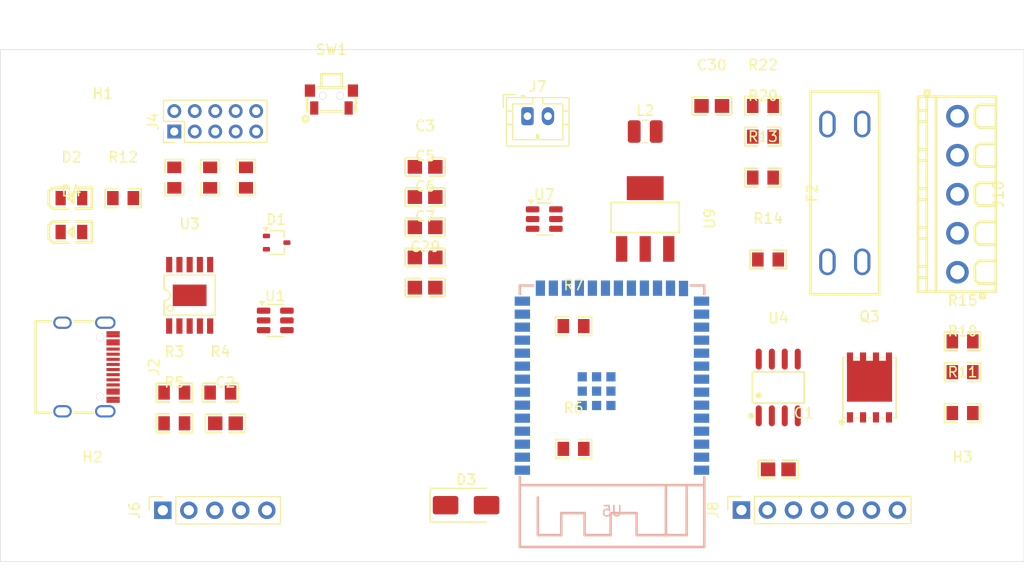
<source format=kicad_pcb>
(kicad_pcb (version 20240108) (generator "pcbnew") (generator_version "8.0")
  (layers (0 "F.Cu" signal) (31 "B.Cu" signal) (34 "B.Paste" user) (35 "F.Paste" user) (36 "B.SilkS" user "B.Silkscreen") (37 "F.SilkS" user "F.Silkscreen") (38 "B.Mask" user) (39 "F.Mask" user) (44 "Edge.Cuts" user))
  (net 0 "")
  (net 1 "Net-(D1-K1)")
  (net 2 "Net-(D1-K2)")
  (net 3 "/VDD_C")
  (net 4 "/LED_DATA")
  (net 5 "/D+")
  (net 6 "/D-")
  (net 7 "/V_LED")
  (net 8 "GND")
  (net 9 "+3.3V")
  (net 10 "/VBUS_C")
  (net 11 "Net-(U5-EN)")
  (net 12 "/BOOT")
  (net 13 "/SW_5V")
  (net 14 "/FB")
  (net 15 "+5V")
  (net 16 "Net-(D2-A)")
  (net 17 "Net-(D4-A)")
  (net 20 "Net-(J4-Pin_3)")
  (net 21 "Net-(J4-Pin_10)")
  (net 22 "Net-(J4-Pin_5)")
  (net 25 "Net-(J4-Pin_7)")
  (net 26 "/GPIO4")
  (net 27 "/GPIO6")
  (net 28 "/GPIO5")
  (net 29 "/TX")
  (net 30 "/GPIO37")
  (net 31 "/GPIO36")
  (net 32 "/RX")
  (net 33 "/GPIO38")
  (net 34 "/LED_1_VCC")
  (net 35 "Net-(Q3-G)")
  (net 36 "Net-(U3-VBUS)")
  (net 37 "Net-(U3-PG)")
  (net 38 "Net-(U5-IO0)")
  (net 39 "/VOLT_OUT")
  (net 40 "Net-(R10-Pad2)")
  (net 41 "/OUT")
  (net 42 "/D-_OUT")
  (net 44 "/D+_OUT")
  (net 51 "/MOS_1")
  (net 53 "/GPIO39")
  (net 58 "/GPIO35")
  (net 62 "/GPIO18")
  (net 67 "/GPIO41")
  (net 69 "/GPIO12")
  (net 72 "/GPIO40")
  (net 75 "/GPIO42")
  (footprint "cheap-wled-controller:C0805" (layer "F.Cu") (at 51.5 33.25)
    (property "Reference" "C29" (at 0 -4 0) (layer "F.SilkS"))
    (property "Value" "100n")
    (pad "1" smd rect (at -1 0) (size 1.41 1.35) (layers "F.Cu" "F.Paste" "F.Mask") (net 13 "/SW_5V"))
    (pad "2" smd rect (at 1 0) (size 1.41 1.35) (layers "F.Cu" "F.Paste" "F.Mask") (net 12 "/BOOT"))
  )
  (footprint "cheap-wled-controller:R0805" (layer "F.Cu") (at 66 49)
    (property "Reference" "R6" (at 0 -4 0) (layer "F.SilkS"))
    (property "Value" "4k")
    (pad "1" smd rect (at -1 0) (size 1.13 1.38) (layers "F.Cu" "F.Paste" "F.Mask") (net 9 "+3.3V"))
    (pad "2" smd rect (at 1 0) (size 1.13 1.38) (layers "F.Cu" "F.Paste" "F.Mask") (net 11 "Net-(U5-EN)"))
  )
  (footprint "cheap-wled-controller:FUSE-TH_XF-508P-A-B" (layer "F.Cu") (at 92.5 24 90)
    (property "Reference" "F2" (at 0 -3.2 90) (layer "F.SilkS"))
    (property "Value" "DIR")
    (pad "1" thru_hole oval (at -6.73 -1.7 90) (size 2.6 1.6) (drill oval 2.099996 0.999998) (layers "*.Cu" "*.Mask") (net 10 "/VBUS_C"))
    (pad "1" thru_hole oval (at -6.73 1.7 90) (size 2.6 1.6) (drill oval 2.099996 0.999998) (layers "*.Cu" "*.Mask") (net 10 "/VBUS_C"))
    (pad "2" thru_hole oval (at 6.73 -1.7 90) (size 2.6 1.6) (drill oval 2.099996 0.999998) (layers "*.Cu" "*.Mask") (net 7 "/V_LED"))
    (pad "2" thru_hole oval (at 6.73 1.7 90) (size 2.6 1.6) (drill oval 2.099996 0.999998) (layers "*.Cu" "*.Mask") (net 7 "/V_LED"))
  )
  (footprint "cheap-wled-controller:LED0805-R-RD" (layer "F.Cu") (at 16.95 27.81)
    (property "Reference" "D4" (at 0 -4 0) (layer "F.SilkS"))
    (property "Value" "LED_Small")
    (pad "1" smd rect (at 1.05 0 180) (size 1 1.4) (layers "F.Cu" "F.Paste" "F.Mask") (net 8 "GND"))
    (pad "2" smd rect (at -1.05 0 180) (size 1 1.4) (layers "F.Cu" "F.Paste" "F.Mask") (net 17 "Net-(D4-A)"))
  )
  (footprint "cheap-wled-controller:R0805" (layer "F.Cu") (at 27 46.5)
    (property "Reference" "R5" (at 0 -4 0) (layer "F.SilkS"))
    (property "Value" "10k")
    (pad "1" smd rect (at -1 0) (size 1.13 1.38) (layers "F.Cu" "F.Paste" "F.Mask") (net 37 "Net-(U3-PG)"))
    (pad "2" smd rect (at 1 0) (size 1.13 1.38) (layers "F.Cu" "F.Paste" "F.Mask") (net 3 "/VDD_C"))
  )
  (footprint "MountingHole:MountingHole_3.2mm_M3" (layer "F.Cu") (at 19 54)
    (property "Reference" "H2" (at 0 -4.2 0) (layer "F.SilkS"))
    (property "Value" "~")
    (pad "" np_thru_hole circle (at 0 0) (size 3.2 3.2) (drill 3.2) (layers "*.Cu" "*.Mask"))
  )
  (footprint "cheap-wled-controller:R0805" (layer "F.Cu") (at 85 30.5)
    (property "Reference" "R14" (at 0 -4 0) (layer "F.SilkS"))
    (property "Value" "10k")
    (pad "1" smd rect (at -1 0) (size 1.13 1.38) (layers "F.Cu" "F.Paste" "F.Mask") (net 16 "Net-(D2-A)"))
    (pad "2" smd rect (at 1 0) (size 1.13 1.38) (layers "F.Cu" "F.Paste" "F.Mask") (net 9 "+3.3V"))
  )
  (footprint "cheap-wled-controller:LED0805-R-RD" (layer "F.Cu") (at 16.95 24.5)
    (property "Reference" "D2" (at 0 -4 0) (layer "F.SilkS"))
    (property "Value" "LED_Small")
    (pad "1" smd rect (at 1.05 0 180) (size 1 1.4) (layers "F.Cu" "F.Paste" "F.Mask") (net 8 "GND"))
    (pad "2" smd rect (at -1.05 0 180) (size 1 1.4) (layers "F.Cu" "F.Paste" "F.Mask") (net 16 "Net-(D2-A)"))
  )
  (footprint "Diode_SMD:D_SMA" (layer "F.Cu") (at 55.5 54.5)
    (property "Reference" "D3" (at 0 -2.5 0) (layer "F.SilkS"))
    (property "Value" "~")
    (pad "1" smd roundrect (at -2 0) (size 2.5 1.8) (layers "F.Cu" "F.Paste" "F.Mask") (roundrect_rratio 0.1388888889) (net 10 "/VBUS_C"))
    (pad "2" smd roundrect (at 2 0) (size 2.5 1.8) (layers "F.Cu" "F.Paste" "F.Mask") (roundrect_rratio 0.1388888889) (net 8 "GND"))
  )
  (footprint "cheap-wled-controller:SOIC-8_L4.9-W3.9-P1.27-LS6.0-BL" (layer "F.Cu") (at 86 43)
    (property "Reference" "U4" (at 0 -6.77 0) (layer "F.SilkS"))
    (property "Value" "MX5014S")
    (pad "1" smd oval (at -1.91 2.77) (size 0.59 2.05) (layers "F.Cu" "F.Paste" "F.Mask") (net 7 "/V_LED"))
    (pad "2" smd oval (at -0.63 2.77) (size 0.59 2.05) (layers "F.Cu" "F.Paste" "F.Mask") (net 51 "/MOS_1"))
    (pad "3" smd oval (at 0.63 2.77) (size 0.59 2.05) (layers "F.Cu" "F.Paste" "F.Mask") (net 34 "/LED_1_VCC"))
    (pad "4" smd oval (at 1.9 2.77) (size 0.59 2.05) (layers "F.Cu" "F.Paste" "F.Mask") (net 8 "GND"))
    (pad "5" smd oval (at 1.9 -2.77) (size 0.59 2.05) (layers "F.Cu" "F.Paste" "F.Mask") (net 35 "Net-(Q3-G)"))
    (pad "6" smd oval (at 0.63 -2.77) (size 0.59 2.05) (layers "F.Cu" "F.Paste" "F.Mask"))
    (pad "7" smd oval (at -0.63 -2.77) (size 0.59 2.05) (layers "F.Cu" "F.Paste" "F.Mask"))
    (pad "8" smd oval (at -1.91 -2.77) (size 0.59 2.05) (layers "F.Cu" "F.Paste" "F.Mask"))
  )
  (footprint "cheap-wled-controller:R0805" (layer "F.Cu") (at 104 38.5)
    (property "Reference" "R15" (at 0 -4 0) (layer "F.SilkS"))
    (property "Value" "56k")
    (pad "1" smd rect (at -1 0) (size 1.13 1.38) (layers "F.Cu" "F.Paste" "F.Mask") (net 40 "Net-(R10-Pad2)"))
    (pad "2" smd rect (at 1 0) (size 1.13 1.38) (layers "F.Cu" "F.Paste" "F.Mask") (net 7 "/V_LED"))
  )
  (footprint "Package_TO_SOT_SMD:SOT-23-6" (layer "F.Cu") (at 36.8625 36.45)
    (property "Reference" "U1" (at 0 -2.4 0) (layer "F.SilkS"))
    (property "Value" "USBLC6-2SC6")
    (pad "1" smd roundrect (at -1.1375 -0.95) (size 1.325 0.6) (layers "F.Cu" "F.Paste" "F.Mask") (net 6 "/D-"))
    (pad "2" smd roundrect (at -1.1375 0) (size 1.325 0.6) (layers "F.Cu" "F.Paste" "F.Mask") (net 8 "GND"))
    (pad "3" smd roundrect (at -1.1375 0.95) (size 1.325 0.6) (layers "F.Cu" "F.Paste" "F.Mask") (net 5 "/D+"))
    (pad "4" smd roundrect (at 1.1375 0.95) (size 1.325 0.6) (layers "F.Cu" "F.Paste" "F.Mask") (net 44 "/D+_OUT"))
    (pad "5" smd roundrect (at 1.1375 0) (size 1.325 0.6) (layers "F.Cu" "F.Paste" "F.Mask"))
    (pad "6" smd roundrect (at 1.1375 -0.95) (size 1.325 0.6) (layers "F.Cu" "F.Paste" "F.Mask") (net 42 "/D-_OUT"))
  )
  (footprint "cheap-wled-controller:C0805" (layer "F.Cu") (at 51.5 24.4)
    (property "Reference" "C5" (at 0 -4 0) (layer "F.SilkS"))
    (property "Value" "10u")
    (pad "1" smd rect (at -1 0) (size 1.41 1.35) (layers "F.Cu" "F.Paste" "F.Mask") (net 8 "GND"))
    (pad "2" smd rect (at 1 0) (size 1.41 1.35) (layers "F.Cu" "F.Paste" "F.Mask") (net 10 "/VBUS_C"))
  )
  (footprint "cheap-wled-controller:ESSOP-10_L4.9-W3.9-P1.0-LS6.0-TL-EP" (layer "F.Cu") (at 28.5 34)
    (property "Reference" "U3" (at 0 -7 0) (layer "F.SilkS"))
    (property "Value" "CH224K")
    (pad "1" smd rect (at -2 3 90) (size 1.5 0.6) (layers "F.Cu" "F.Paste" "F.Mask") (net 3 "/VDD_C"))
    (pad "2" smd rect (at -1 3 90) (size 1.5 0.6) (layers "F.Cu" "F.Paste" "F.Mask"))
    (pad "3" smd rect (at 0 3 90) (size 1.5 0.6) (layers "F.Cu" "F.Paste" "F.Mask"))
    (pad "4" smd rect (at 1 3 90) (size 1.5 0.6) (layers "F.Cu" "F.Paste" "F.Mask"))
    (pad "5" smd rect (at 2 3 90) (size 1.5 0.6) (layers "F.Cu" "F.Paste" "F.Mask"))
    (pad "6" smd rect (at 2 -3 90) (size 1.5 0.6) (layers "F.Cu" "F.Paste" "F.Mask") (net 1 "Net-(D1-K1)"))
    (pad "7" smd rect (at 1 -3 90) (size 1.5 0.6) (layers "F.Cu" "F.Paste" "F.Mask") (net 2 "Net-(D1-K2)"))
    (pad "8" smd rect (at 0 -3 90) (size 1.5 0.6) (layers "F.Cu" "F.Paste" "F.Mask") (net 36 "Net-(U3-VBUS)"))
    (pad "9" smd rect (at -1 -3 90) (size 1.5 0.6) (layers "F.Cu" "F.Paste" "F.Mask") (net 21 "Net-(J4-Pin_10)"))
    (pad "10" smd rect (at -2 -3 90) (size 1.5 0.6) (layers "F.Cu" "F.Paste" "F.Mask") (net 37 "Net-(U3-PG)"))
    (pad "11" smd rect (at 0 0 180) (size 3.3 2.1) (layers "F.Cu" "F.Paste" "F.Mask"))
  )
  (footprint "Connector_PinHeader_2.00mm:PinHeader_2x05_P2.00mm_Vertical" (layer "F.Cu") (at 27 18 90)
    (property "Reference" "J4" (at 1 -2.06 90) (layer "F.SilkS"))
    (property "Value" "Conn_02x05_Odd_Even")
    (pad "1" thru_hole rect (at 0 0 90) (size 1.35 1.35) (drill 0.8) (layers "*.Cu" "*.Mask"))
    (pad "2" thru_hole oval (at 2 0 90) (size 1.35 1.35) (drill 0.8) (layers "*.Cu" "*.Mask"))
    (pad "3" thru_hole oval (at 0 2 90) (size 1.35 1.35) (drill 0.8) (layers "*.Cu" "*.Mask") (net 20 "Net-(J4-Pin_3)"))
    (pad "4" thru_hole oval (at 2 2 90) (size 1.35 1.35) (drill 0.8) (layers "*.Cu" "*.Mask") (net 21 "Net-(J4-Pin_10)"))
    (pad "5" thru_hole oval (at 0 4 90) (size 1.35 1.35) (drill 0.8) (layers "*.Cu" "*.Mask") (net 22 "Net-(J4-Pin_5)"))
    (pad "6" thru_hole oval (at 2 4 90) (size 1.35 1.35) (drill 0.8) (layers "*.Cu" "*.Mask") (net 21 "Net-(J4-Pin_10)"))
    (pad "7" thru_hole oval (at 0 6 90) (size 1.35 1.35) (drill 0.8) (layers "*.Cu" "*.Mask") (net 25 "Net-(J4-Pin_7)"))
    (pad "8" thru_hole oval (at 2 6 90) (size 1.35 1.35) (drill 0.8) (layers "*.Cu" "*.Mask") (net 21 "Net-(J4-Pin_10)"))
    (pad "9" thru_hole oval (at 0 8 90) (size 1.35 1.35) (drill 0.8) (layers "*.Cu" "*.Mask") (net 3 "/VDD_C"))
    (pad "10" thru_hole oval (at 2 8 90) (size 1.35 1.35) (drill 0.8) (layers "*.Cu" "*.Mask") (net 21 "Net-(J4-Pin_10)"))
  )
  (footprint "cheap-wled-controller:R0805" (layer "F.Cu") (at 34 22.5 90)
    (property "Reference" "R2" (hide yes))
    (property "Value" "56k")
    (pad "1" smd rect (at -1 0 90) (size 1.13 1.38) (layers "F.Cu" "F.Paste" "F.Mask") (net 8 "GND"))
    (pad "2" smd rect (at 1 0 90) (size 1.13 1.38) (layers "F.Cu" "F.Paste" "F.Mask") (net 20 "Net-(J4-Pin_3)"))
  )
  (footprint "cheap-wled-controller:C0805" (layer "F.Cu") (at 79.5 15.5)
    (property "Reference" "C30" (at 0 -4 0) (layer "F.SilkS"))
    (property "Value" "56p")
    (pad "1" smd rect (at -1 0) (size 1.41 1.35) (layers "F.Cu" "F.Paste" "F.Mask") (net 14 "/FB"))
    (pad "2" smd rect (at 1 0) (size 1.41 1.35) (layers "F.Cu" "F.Paste" "F.Mask") (net 15 "+5V"))
  )
  (footprint "Connector_JST:JST_PH_B2B-PH-K_1x02_P2.00mm_Vertical" (layer "F.Cu") (at 61.5 16.5)
    (property "Reference" "J7" (at 1 -2.9 0) (layer "F.SilkS"))
    (property "Value" "Conn_01x02_Pin")
    (pad "1" thru_hole roundrect (at 0 0) (size 1.2 1.75) (drill 0.75) (layers "*.Cu" "*.Mask") (roundrect_rratio 0.208333) (net 15 "+5V"))
    (pad "2" thru_hole oval (at 2 0) (size 1.2 1.75) (drill 0.75) (layers "*.Cu" "*.Mask") (net 8 "GND"))
  )
  (footprint "cheap-wled-controller:C0805" (layer "F.Cu") (at 51.5 30.3)
    (property "Reference" "C7" (at 0 -4 0) (layer "F.SilkS"))
    (property "Value" "10u")
    (pad "1" smd rect (at -1 0) (size 1.41 1.35) (layers "F.Cu" "F.Paste" "F.Mask") (net 8 "GND"))
    (pad "2" smd rect (at 1 0) (size 1.41 1.35) (layers "F.Cu" "F.Paste" "F.Mask") (net 11 "Net-(U5-EN)"))
  )
  (footprint "Connector_PinSocket_2.54mm:PinSocket_1x05_P2.54mm_Vertical" (layer "F.Cu") (at 25.88 55 90)
    (property "Reference" "J6" (at 0 -2.77 90) (layer "F.SilkS"))
    (property "Value" "Conn_01x05_Pin")
    (pad "1" thru_hole rect (at 0 0 90) (size 1.7 1.7) (drill 1) (layers "*.Cu" "*.Mask") (net 27 "/GPIO6"))
    (pad "2" thru_hole oval (at 0 2.54 90) (size 1.7 1.7) (drill 1) (layers "*.Cu" "*.Mask") (net 28 "/GPIO5"))
    (pad "3" thru_hole oval (at 0 5.08 90) (size 1.7 1.7) (drill 1) (layers "*.Cu" "*.Mask") (net 26 "/GPIO4"))
    (pad "4" thru_hole oval (at 0 7.62 90) (size 1.7 1.7) (drill 1) (layers "*.Cu" "*.Mask") (net 8 "GND"))
    (pad "5" thru_hole oval (at 0 10.16 90) (size 1.7 1.7) (drill 1) (layers "*.Cu" "*.Mask") (net 9 "+3.3V"))
  )
  (footprint "cheap-wled-controller:R0805" (layer "F.Cu") (at 84.5 18.5)
    (property "Reference" "R20" (at 0 -4 0) (layer "F.SilkS"))
    (property "Value" "100k")
    (pad "1" smd rect (at -1 0) (size 1.13 1.38) (layers "F.Cu" "F.Paste" "F.Mask") (net 14 "/FB"))
    (pad "2" smd rect (at 1 0) (size 1.13 1.38) (layers "F.Cu" "F.Paste" "F.Mask") (net 15 "+5V"))
  )
  (footprint "Package_TO_SOT_SMD:SOT-23-6" (layer "F.Cu") (at 63.1375 26.55)
    (property "Reference" "U7" (at 0 -2.4 0) (layer "F.SilkS"))
    (property "Value" "TPS54202DDC")
    (pad "1" smd roundrect (at -1.1375 -0.95) (size 1.325 0.6) (layers "F.Cu" "F.Paste" "F.Mask") (net 8 "GND"))
    (pad "2" smd roundrect (at -1.1375 0) (size 1.325 0.6) (layers "F.Cu" "F.Paste" "F.Mask") (net 13 "/SW_5V"))
    (pad "3" smd roundrect (at -1.1375 0.95) (size 1.325 0.6) (layers "F.Cu" "F.Paste" "F.Mask") (net 10 "/VBUS_C"))
    (pad "4" smd roundrect (at 1.1375 0.95) (size 1.325 0.6) (layers "F.Cu" "F.Paste" "F.Mask") (net 14 "/FB"))
    (pad "5" smd roundrect (at 1.1375 0) (size 1.325 0.6) (layers "F.Cu" "F.Paste" "F.Mask"))
    (pad "6" smd roundrect (at 1.1375 -0.95) (size 1.325 0.6) (layers "F.Cu" "F.Paste" "F.Mask") (net 12 "/BOOT"))
  )
  (footprint "cheap-wled-controller:C0805" (layer "F.Cu") (at 32 46.5)
    (property "Reference" "C2" (at 0 -4 0) (layer "F.SilkS"))
    (property "Value" "1u")
    (pad "1" smd rect (at -1 0) (size 1.41 1.35) (layers "F.Cu" "F.Paste" "F.Mask") (net 8 "GND"))
    (pad "2" smd rect (at 1 0) (size 1.41 1.35) (layers "F.Cu" "F.Paste" "F.Mask") (net 3 "/VDD_C"))
  )
  (footprint "Package_TO_SOT_SMD:SOT-323_SC-70" (layer "F.Cu") (at 37 28.85)
    (property "Reference" "D1" (at -0.05 -2.25 0) (layer "F.SilkS"))
    (property "Value" "ESDA25W")
    (pad "1" smd roundrect (at -1 -0.65 270) (size 0.45 0.7) (layers "F.Cu" "F.Paste" "F.Mask") (net 1 "Net-(D1-K1)"))
    (pad "2" smd roundrect (at -1 0.65 270) (size 0.45 0.7) (layers "F.Cu" "F.Paste" "F.Mask") (net 2 "Net-(D1-K2)"))
    (pad "3" smd roundrect (at 1 0 270) (size 0.45 0.7) (layers "F.Cu" "F.Paste" "F.Mask") (net 8 "GND"))
  )
  (footprint "cheap-wled-controller:C0805" (layer "F.Cu") (at 86 51)
    (property "Reference" "C1" (at 2.5 -5.5 0) (layer "F.SilkS"))
    (property "Value" "10u")
    (pad "1" smd rect (at -1 0) (size 1.41 1.35) (layers "F.Cu" "F.Paste" "F.Mask") (net 8 "GND"))
    (pad "2" smd rect (at 1 0) (size 1.41 1.35) (layers "F.Cu" "F.Paste" "F.Mask") (net 7 "/V_LED"))
  )
  (footprint "cheap-wled-controller:C0805" (layer "F.Cu") (at 51.5 27.35)
    (property "Reference" "C6" (at 0 -4 0) (layer "F.SilkS"))
    (property "Value" "10u")
    (pad "1" smd rect (at -1 0) (size 1.41 1.35) (layers "F.Cu" "F.Paste" "F.Mask") (net 8 "GND"))
    (pad "2" smd rect (at 1 0) (size 1.41 1.35) (layers "F.Cu" "F.Paste" "F.Mask") (net 9 "+3.3V"))
  )
  (footprint "cheap-wled-controller:R0805" (layer "F.Cu") (at 31.5 43.5)
    (property "Reference" "R4" (at 0 -4 0) (layer "F.SilkS"))
    (property "Value" "10k")
    (pad "1" smd rect (at -1 0) (size 1.13 1.38) (layers "F.Cu" "F.Paste" "F.Mask") (net 36 "Net-(U3-VBUS)"))
    (pad "2" smd rect (at 1 0) (size 1.13 1.38) (layers "F.Cu" "F.Paste" "F.Mask") (net 10 "/VBUS_C"))
  )
  (footprint "cheap-wled-controller:CONN-TH_5P-P3.81_KF124-3.81-5P" (layer "F.Cu") (at 103.5 24.12 -90)
    (property "Reference" "J10" (at 0 -4 90) (layer "F.SilkS"))
    (property "Value" "Conn_01x05_Pin")
    (pad "1" thru_hole circle (at -7.62 0 270) (size 2.2 2.2) (drill 1.399997) (layers "*.Cu" "*.Mask") (net 34 "/LED_1_VCC"))
    (pad "2" thru_hole circle (at -3.81 0 270) (size 2.2 2.2) (drill 1.399997) (layers "*.Cu" "*.Mask") (net 34 "/LED_1_VCC"))
    (pad "3" thru_hole circle (at 0 0 270) (size 2.2 2.2) (drill 1.399997) (layers "*.Cu" "*.Mask") (net 4 "/LED_DATA"))
    (pad "4" thru_hole circle (at 3.81 0 270) (size 2.2 2.2) (drill 1.399997) (layers "*.Cu" "*.Mask") (net 8 "GND"))
    (pad "5" thru_hole circle (at 7.62 0 270) (size 2.2 2.2) (drill 1.399997) (layers "*.Cu" "*.Mask") (net 8 "GND"))
  )
  (footprint "cheap-wled-controller:DFN-8_L5.9-W5.2-P1.27-LS6.2-BL" (layer "F.Cu") (at 94.91 43)
    (property "Reference" "Q3" (at 0 -6.92 0) (layer "F.SilkS"))
    (property "Value" "NMOS")
    (pad "1" smd rect (at -1.91 2.92) (size 0.6 1) (layers "F.Cu" "F.Paste" "F.Mask") (net 35 "Net-(Q3-G)"))
    (pad "2" smd rect (at -0.63 2.92) (size 0.6 1) (layers "F.Cu" "F.Paste" "F.Mask") (net 7 "/V_LED"))
    (pad "3" smd rect (at 0.63 2.92) (size 0.6 1) (layers "F.Cu" "F.Paste" "F.Mask") (net 34 "/LED_1_VCC"))
    (pad "4" smd rect (at 1.9 2.92) (size 0.6 1) (layers "F.Cu" "F.Paste" "F.Mask"))
    (pad "5" smd rect (at 1.9 -2.92) (size 0.6 1) (layers "F.Cu" "F.Paste" "F.Mask"))
    (pad "6" smd rect (at 0.63 -2.92) (size 0.6 1) (layers "F.Cu" "F.Paste" "F.Mask"))
    (pad "7" smd rect (at -0.63 -2.92) (size 0.6 1) (layers "F.Cu" "F.Paste" "F.Mask"))
    (pad "8" smd rect (at -1.91 -2.92) (size 0.6 1) (layers "F.Cu" "F.Paste" "F.Mask"))
    (pad "9" smd rect (at 0 -0.61) (size 4.41 4) (layers "F.Cu" "F.Paste" "F.Mask"))
  )
  (footprint "cheap-wled-controller:R0805" (layer "F.Cu") (at 22 24.5)
    (property "Reference" "R12" (at 0 -4 0) (layer "F.SilkS"))
    (property "Value" "10k")
    (pad "1" smd rect (at -1 0) (size 1.13 1.38) (layers "F.Cu" "F.Paste" "F.Mask") (net 17 "Net-(D4-A)"))
    (pad "2" smd rect (at 1 0) (size 1.13 1.38) (layers "F.Cu" "F.Paste" "F.Mask") (net 41 "/OUT"))
  )
  (footprint "cheap-wled-controller:R0805" (layer "F.Cu") (at 84.5 22.5)
    (property "Reference" "R13" (at 0 -4 0) (layer "F.SilkS"))
    (property "Value" "27k")
    (pad "1" smd rect (at -1 0) (size 1.13 1.38) (layers "F.Cu" "F.Paste" "F.Mask") (net 8 "GND"))
    (pad "2" smd rect (at 1 0) (size 1.13 1.38) (layers "F.Cu" "F.Paste" "F.Mask") (net 14 "/FB"))
  )
  (footprint "cheap-wled-controller:R0805" (layer "F.Cu") (at 104 41.5)
    (property "Reference" "R10" (at 0 -4 0) (layer "F.SilkS"))
    (property "Value" "10k")
    (pad "1" smd rect (at -1 0) (size 1.13 1.38) (layers "F.Cu" "F.Paste" "F.Mask") (net 39 "/VOLT_OUT"))
    (pad "2" smd rect (at 1 0) (size 1.13 1.38) (layers "F.Cu" "F.Paste" "F.Mask") (net 40 "Net-(R10-Pad2)"))
  )
  (footprint "MountingHole:MountingHole_3.2mm_M3" (layer "F.Cu") (at 20 18.5)
    (property "Reference" "H1" (at 0 -4.2 0) (layer "F.SilkS"))
    (property "Value" "~")
    (pad "" np_thru_hole circle (at 0 0) (size 3.2 3.2) (drill 3.2) (layers "*.Cu" "*.Mask"))
  )
  (footprint "MountingHole:MountingHole_3.2mm_M3" (layer "F.Cu") (at 104 54)
    (property "Reference" "H3" (at 0 -4.2 0) (layer "F.SilkS"))
    (property "Value" "~")
    (pad "" np_thru_hole circle (at 0 0) (size 3.2 3.2) (drill 3.2) (layers "*.Cu" "*.Mask"))
  )
  (footprint "cheap-wled-controller:R0805" (layer "F.Cu") (at 30.5 22.5 90)
    (property "Reference" "R16" (hide yes))
    (property "Value" "24k")
    (pad "1" smd rect (at -1 0 90) (size 1.13 1.38) (layers "F.Cu" "F.Paste" "F.Mask") (net 8 "GND"))
    (pad "2" smd rect (at 1 0 90) (size 1.13 1.38) (layers "F.Cu" "F.Paste" "F.Mask") (net 22 "Net-(J4-Pin_5)"))
  )
  (footprint "cheap-wled-controller:R0805" (layer "F.Cu") (at 84.5 15.5)
    (property "Reference" "R22" (at 0 -4 0) (layer "F.SilkS"))
    (property "Value" "27k")
    (pad "1" smd rect (at -1 0) (size 1.13 1.38) (layers "F.Cu" "F.Paste" "F.Mask") (net 8 "GND"))
    (pad "2" smd rect (at 1 0) (size 1.13 1.38) (layers "F.Cu" "F.Paste" "F.Mask") (net 14 "/FB"))
  )
  (footprint "cheap-wled-controller:R0805" (layer "F.Cu") (at 66 37)
    (property "Reference" "R7" (at 0 -4 0) (layer "F.SilkS"))
    (property "Value" "4k")
    (pad "1" smd rect (at -1 0) (size 1.13 1.38) (layers "F.Cu" "F.Paste" "F.Mask") (net 9 "+3.3V"))
    (pad "2" smd rect (at 1 0) (size 1.13 1.38) (layers "F.Cu" "F.Paste" "F.Mask") (net 38 "Net-(U5-IO0)"))
  )
  (footprint "cheap-wled-controller:R0805" (layer "F.Cu") (at 27 43.5)
    (property "Reference" "R3" (at 0 -4 0) (layer "F.SilkS"))
    (property "Value" "1k")
    (pad "1" smd rect (at -1 0) (size 1.13 1.38) (layers "F.Cu" "F.Paste" "F.Mask") (net 3 "/VDD_C"))
    (pad "2" smd rect (at 1 0) (size 1.13 1.38) (layers "F.Cu" "F.Paste" "F.Mask") (net 10 "/VBUS_C"))
  )
  (footprint "cheap-wled-controller:C0805" (layer "F.Cu") (at 51.5 21.45)
    (property "Reference" "C3" (at 0 -4 0) (layer "F.SilkS"))
    (property "Value" "0.1u")
    (pad "1" smd rect (at -1 0) (size 1.41 1.35) (layers "F.Cu" "F.Paste" "F.Mask") (net 8 "GND"))
    (pad "2" smd rect (at 1 0) (size 1.41 1.35) (layers "F.Cu" "F.Paste" "F.Mask") (net 9 "+3.3V"))
  )
  (footprint "cheap-wled-controller:USB-C_SMD-TYPE-C-31-M-12" (layer "F.Cu") (at 18.5525 41 -90)
    (property "Reference" "J2" (at 0 -6.47 90) (layer "F.SilkS"))
    (property "Value" "USB_C_Receptacle")
    (pad "" thru_hole circle (at -2.9 -1.21 270) (size 0.75 0.75) (drill 0.75) (layers "*.Cu" "*.Mask"))
    (pad "" thru_hole circle (at 2.9 -1.21 270) (size 0.75 0.75) (drill 0.75) (layers "*.Cu" "*.Mask"))
    (pad "0" thru_hole oval (at -4.33 -1.71 270) (size 1.2 2) (drill oval 0.799998 1.600022) (layers "*.Cu" "*.Mask"))
    (pad "1" thru_hole oval (at 4.33 -1.71 270) (size 1.2 2) (drill oval 0.799998 1.599971) (layers "*.Cu" "*.Mask"))
    (pad "2" thru_hole oval (at 4.33 2.47 270) (size 1.2 1.8) (drill oval 0.799998 1.399997) (layers "*.Cu" "*.Mask"))
    (pad "3" thru_hole oval (at -4.33 2.47 270) (size 1.2 1.8) (drill oval 0.799998 1.399997) (layers "*.Cu" "*.Mask"))
    (pad "A1" smd rect (at -3.35 -2.47 270) (size 0.3 1.3) (layers "F.Cu" "F.Paste" "F.Mask") (net 8 "GND"))
    (pad "A4" smd rect (at -2.55 -2.47 270) (size 0.3 1.3) (layers "F.Cu" "F.Paste" "F.Mask") (net 10 "/VBUS_C"))
    (pad "A5" smd rect (at -1.25 -2.47 270) (size 0.3 1.3) (layers "F.Cu" "F.Paste" "F.Mask") (net 2 "Net-(D1-K2)"))
    (pad "A6" smd rect (at -0.25 -2.47 270) (size 0.3 1.3) (layers "F.Cu" "F.Paste" "F.Mask") (net 5 "/D+"))
    (pad "A7" smd rect (at 0.25 -2.47 270) (size 0.3 1.3) (layers "F.Cu" "F.Paste" "F.Mask") (net 6 "/D-"))
    (pad "A8" smd rect (at 1.25 -2.47 270) (size 0.3 1.3) (layers "F.Cu" "F.Paste" "F.Mask"))
    (pad "A9" smd rect (at 2.55 -2.47 270) (size 0.3 1.3) (layers "F.Cu" "F.Paste" "F.Mask") (net 10 "/VBUS_C"))
    (pad "A12" smd rect (at 3.35 -2.47 270) (size 0.3 1.3) (layers "F.Cu" "F.Paste" "F.Mask") (net 8 "GND"))
    (pad "B1" smd rect (at 3.05 -2.47 270) (size 0.3 1.3) (layers "F.Cu" "F.Paste" "F.Mask") (net 8 "GND"))
    (pad "B4" smd rect (at 2.25 -2.47 270) (size 0.3 1.3) (layers "F.Cu" "F.Paste" "F.Mask") (net 10 "/VBUS_C"))
    (pad "B5" smd rect (at 1.75 -2.47 270) (size 0.3 1.3) (layers "F.Cu" "F.Paste" "F.Mask") (net 1 "Net-(D1-K1)"))
    (pad "B6" smd rect (at 0.75 -2.47 270) (size 0.3 1.3) (layers "F.Cu" "F.Paste" "F.Mask") (net 5 "/D+"))
    (pad "B7" smd rect (at -0.75 -2.47 270) (size 0.3 1.3) (layers "F.Cu" "F.Paste" "F.Mask") (net 6 "/D-"))
    (pad "B8" smd rect (at -1.75 -2.47 270) (size 0.3 1.3) (layers "F.Cu" "F.Paste" "F.Mask"))
    (pad "B9" smd rect (at -2.25 -2.47 270) (size 0.3 1.3) (layers "F.Cu" "F.Paste" "F.Mask") (net 10 "/VBUS_C"))
    (pad "B12" smd rect (at -3.05 -2.47 270) (size 0.3 1.3) (layers "F.Cu" "F.Paste" "F.Mask") (net 8 "GND"))
  )
  (footprint "cheap-wled-controller:SOT-223-3_L6.5-W3.4-P2.30-LS7.0-BR" (layer "F.Cu") (at 73 26.5 -90)
    (property "Reference" "U9" (at 0 -6.3 90) (layer "F.SilkS"))
    (property "Value" "AMS1117-3.3")
    (pad "1" smd rect (at 2.97 2.3 270) (size 2.5 1.1) (layers "F.Cu" "F.Paste" "F.Mask") (net 8 "GND"))
    (pad "2" smd rect (at 2.97 0 270) (size 2.5 1.1) (layers "F.Cu" "F.Paste" "F.Mask"))
    (pad "3" smd rect (at 2.97 -2.3 270) (size 2.5 1.1) (layers "F.Cu" "F.Paste" "F.Mask") (net 15 "+5V"))
    (pad "4" smd rect (at -2.97 0 270) (size 2.34 3.6) (layers "F.Cu" "F.Paste" "F.Mask") (net 9 "+3.3V"))
  )
  (footprint "Inductor_SMD:L_1008_2520Metric" (layer "F.Cu") (at 73 18)
    (property "Reference" "L2" (at 0 -2.05 0) (layer "F.SilkS"))
    (property "Value" "4.7u")
    (pad "1" smd roundrect (at -1.075 0) (size 1.25 2.2) (layers "F.Cu" "F.Paste" "F.Mask") (roundrect_rratio 0.2) (net 13 "/SW_5V"))
    (pad "2" smd roundrect (at 1.075 0) (size 1.25 2.2) (layers "F.Cu" "F.Paste" "F.Mask") (roundrect_rratio 0.2) (net 15 "+5V"))
  )
  (footprint "cheap-wled-controller:SW-SMD_TSA245G00D-250" (layer "F.Cu") (at 42.35 14.85)
    (property "Reference" "SW1" (at 0 -4.85 0) (layer "F.SilkS"))
    (property "Value" "SW_Push")
    (pad "" thru_hole circle (at -0.85 -0.35) (size 0.7 0.7) (drill 0.7) (layers "*.Cu" "*.Mask"))
    (pad "" thru_hole circle (at 0.85 -0.35) (size 0.7 0.7) (drill 0.7) (layers "*.Cu" "*.Mask"))
    (pad "1" smd rect (at -1.68 0.85 180) (size 0.8 1.3) (layers "F.Cu" "F.Paste" "F.Mask") (net 8 "GND"))
    (pad "2" smd rect (at 1.68 0.85 180) (size 0.8 1.3) (layers "F.Cu" "F.Paste" "F.Mask") (net 38 "Net-(U5-IO0)"))
    (pad "3" smd rect (at 2.1 -0.85 180) (size 1 1.2) (layers "F.Cu" "F.Paste" "F.Mask"))
    (pad "4" smd rect (at -2.1 -0.85 180) (size 1 1.2) (layers "F.Cu" "F.Paste" "F.Mask"))
  )
  (footprint "cheap-wled-controller:R0805" (layer "F.Cu") (at 27 22.5 90)
    (property "Reference" "R17" (hide yes))
    (property "Value" "6.8k")
    (pad "1" smd rect (at -1 0 90) (size 1.13 1.38) (layers "F.Cu" "F.Paste" "F.Mask") (net 8 "GND"))
    (pad "2" smd rect (at 1 0 90) (size 1.13 1.38) (layers "F.Cu" "F.Paste" "F.Mask") (net 25 "Net-(J4-Pin_7)"))
  )
  (footprint "Connector_PinSocket_2.54mm:PinSocket_1x07_P2.54mm_Vertical" (layer "F.Cu") (at 82.4 54.975 90)
    (property "Reference" "J8" (at 0 -2.77 90) (layer "F.SilkS"))
    (property "Value" "Conn_01x07_Pin")
    (pad "1" thru_hole rect (at 0 0 90) (size 1.7 1.7) (drill 1) (layers "*.Cu" "*.Mask") (net 9 "+3.3V"))
    (pad "2" thru_hole oval (at 0 2.54 90) (size 1.7 1.7) (drill 1) (layers "*.Cu" "*.Mask") (net 29 "/TX"))
    (pad "3" thru_hole oval (at 0 5.08 90) (size 1.7 1.7) (drill 1) (layers "*.Cu" "*.Mask") (net 32 "/RX"))
    (pad "4" thru_hole oval (at 0 7.62 90) (size 1.7 1.7) (drill 1) (layers "*.Cu" "*.Mask") (net 8 "GND"))
    (pad "5" thru_hole oval (at 0 10.16 90) (size 1.7 1.7) (drill 1) (layers "*.Cu" "*.Mask") (net 33 "/GPIO38"))
    (pad "6" thru_hole oval (at 0 12.7 90) (size 1.7 1.7) (drill 1) (layers "*.Cu" "*.Mask") (net 30 "/GPIO37"))
    (pad "7" thru_hole oval (at 0 15.24 90) (size 1.7 1.7) (drill 1) (layers "*.Cu" "*.Mask") (net 31 "/GPIO36"))
  )
  (footprint "cheap-wled-controller:R0805" (layer "F.Cu") (at 104 45.5)
    (property "Reference" "R11" (at 0 -4 0) (layer "F.SilkS"))
    (property "Value" "10k")
    (pad "1" smd rect (at -1 0) (size 1.13 1.38) (layers "F.Cu" "F.Paste" "F.Mask") (net 8 "GND"))
    (pad "2" smd rect (at 1 0) (size 1.13 1.38) (layers "F.Cu" "F.Paste" "F.Mask") (net 39 "/VOLT_OUT"))
  )
  (footprint "cheap-wled-controller:WIRELM-SMD_ESP32-S3-WROOM-1" (layer "B.Cu") (at 69.75 42.19)
    (property "Reference" "U5" (at 0 12.89 360) (layer "B.SilkS") (effects (justify mirror)))
    (property "Value" "ESP32-S3-WROOM-1-N4R2")
    (pad "1" smd rect (at -8.75 8.89) (size 1.5 0.9) (layers "B.Cu" "B.Paste" "B.Mask"))
    (pad "2" smd rect (at -8.75 7.62) (size 1.5 0.9) (layers "B.Cu" "B.Paste" "B.Mask") (net 9 "+3.3V"))
    (pad "3" smd rect (at -8.75 6.35) (size 1.5 0.9) (layers "B.Cu" "B.Paste" "B.Mask") (net 11 "Net-(U5-EN)"))
    (pad "4" smd rect (at -8.75 5.08) (size 1.5 0.9) (layers "B.Cu" "B.Paste" "B.Mask") (net 26 "/GPIO4"))
    (pad "5" smd rect (at -8.75 3.81) (size 1.5 0.9) (layers "B.Cu" "B.Paste" "B.Mask") (net 28 "/GPIO5"))
    (pad "6" smd rect (at -8.75 2.54) (size 1.5 0.9) (layers "B.Cu" "B.Paste" "B.Mask") (net 27 "/GPIO6"))
    (pad "7" smd rect (at -8.75 1.27) (size 1.5 0.9) (layers "B.Cu" "B.Paste" "B.Mask") (net 39 "/VOLT_OUT"))
    (pad "8" smd rect (at -8.75 0) (size 1.5 0.9) (layers "B.Cu" "B.Paste" "B.Mask"))
    (pad "9" smd rect (at -8.75 -1.27) (size 1.5 0.9) (layers "B.Cu" "B.Paste" "B.Mask"))
    (pad "10" smd rect (at -8.75 -2.54) (size 1.5 0.9) (layers "B.Cu" "B.Paste" "B.Mask"))
    (pad "11" smd rect (at -8.75 -3.81) (size 1.5 0.9) (layers "B.Cu" "B.Paste" "B.Mask") (net 62 "/GPIO18"))
    (pad "12" smd rect (at -8.75 -5.08) (size 1.5 0.9) (layers "B.Cu" "B.Paste" "B.Mask") (net 69 "/GPIO12"))
    (pad "13" smd rect (at -8.75 -6.35) (size 1.5 0.9) (layers "B.Cu" "B.Paste" "B.Mask") (net 42 "/D-_OUT"))
    (pad "14" smd rect (at -8.75 -7.62) (size 1.5 0.9) (layers "B.Cu" "B.Paste" "B.Mask") (net 44 "/D+_OUT"))
    (pad "15" smd rect (at -6.99 -8.89 270) (size 1.5 0.9) (layers "B.Cu" "B.Paste" "B.Mask"))
    (pad "16" smd rect (at -5.72 -8.89 270) (size 1.5 0.9) (layers "B.Cu" "B.Paste" "B.Mask"))
    (pad "17" smd rect (at -4.45 -8.89 270) (size 1.5 0.9) (layers "B.Cu" "B.Paste" "B.Mask"))
    (pad "18" smd rect (at -3.18 -8.89 270) (size 1.5 0.9) (layers "B.Cu" "B.Paste" "B.Mask"))
    (pad "19" smd rect (at -1.91 -8.89 270) (size 1.5 0.9) (layers "B.Cu" "B.Paste" "B.Mask"))
    (pad "20" smd rect (at -0.63 -8.89 270) (size 1.5 0.9) (layers "B.Cu" "B.Paste" "B.Mask"))
    (pad "21" smd rect (at 0.63 -8.89 270) (size 1.5 0.9) (layers "B.Cu" "B.Paste" "B.Mask"))
    (pad "22" smd rect (at 1.9 -8.89 270) (size 1.5 0.9) (layers "B.Cu" "B.Paste" "B.Mask"))
    (pad "23" smd rect (at 3.17 -8.89 270) (size 1.5 0.9) (layers "B.Cu" "B.Paste" "B.Mask"))
    (pad "24" smd rect (at 4.45 -8.89 270) (size 1.5 0.9) (layers "B.Cu" "B.Paste" "B.Mask") (net 51 "/MOS_1"))
    (pad "25" smd rect (at 5.72 -8.89 270) (size 1.5 0.9) (layers "B.Cu" "B.Paste" "B.Mask"))
    (pad "26" smd rect (at 6.99 -8.86 270) (size 1.5 0.9) (layers "B.Cu" "B.Paste" "B.Mask"))
    (pad "27" smd rect (at 8.75 -7.62 180) (size 1.5 0.9) (layers "B.Cu" "B.Paste" "B.Mask") (net 38 "Net-(U5-IO0)"))
    (pad "28" smd rect (at 8.75 -6.35 180) (size 1.5 0.9) (layers "B.Cu" "B.Paste" "B.Mask") (net 58 "/GPIO35"))
    (pad "29" smd rect (at 8.75 -5.08 180) (size 1.5 0.9) (layers "B.Cu" "B.Paste" "B.Mask") (net 31 "/GPIO36"))
    (pad "30" smd rect (at 8.75 -3.81 180) (size 1.5 0.9) (layers "B.Cu" "B.Paste" "B.Mask") (net 30 "/GPIO37"))
    (pad "31" smd rect (at 8.75 -2.54 180) (size 1.5 0.9) (layers "B.Cu" "B.Paste" "B.Mask") (net 33 "/GPIO38"))
    (pad "32" smd rect (at 8.75 -1.27 180) (size 1.5 0.9) (layers "B.Cu" "B.Paste" "B.Mask") (net 53 "/GPIO39"))
    (pad "33" smd rect (at 8.75 0 180) (size 1.5 0.9) (layers "B.Cu" "B.Paste" "B.Mask") (net 72 "/GPIO40"))
    (pad "34" smd rect (at 8.75 1.27 180) (size 1.5 0.9) (layers "B.Cu" "B.Paste" "B.Mask") (net 67 "/GPIO41"))
    (pad "35" smd rect (at 8.75 2.54 180) (size 1.5 0.9) (layers "B.Cu" "B.Paste" "B.Mask") (net 75 "/GPIO42"))
    (pad "36" smd rect (at 8.75 3.81 180) (size 1.5 0.9) (layers "B.Cu" "B.Paste" "B.Mask") (net 32 "/RX"))
    (pad "37" smd rect (at 8.75 5.08 180) (size 1.5 0.9) (layers "B.Cu" "B.Paste" "B.Mask") (net 29 "/TX"))
    (pad "38" smd rect (at 8.75 6.35 180) (size 1.5 0.9) (layers "B.Cu" "B.Paste" "B.Mask"))
    (pad "39" smd rect (at 8.75 7.62 180) (size 1.5 0.9) (layers "B.Cu" "B.Paste" "B.Mask") (net 4 "/LED_DATA"))
    (pad "40" smd rect (at 8.75 8.89 180) (size 1.5 0.9) (layers "B.Cu" "B.Paste" "B.Mask") (net 8 "GND"))
    (pad "41" smd rect (at -2.9 -0.23 270) (size 0.9 0.9) (layers "B.Cu" "B.Paste" "B.Mask"))
    (pad "41" smd rect (at -2.9 1.17 270) (size 0.9 0.9) (layers "B.Cu" "B.Paste" "B.Mask"))
    (pad "41" smd rect (at -2.9 2.57 270) (size 0.9 0.9) (layers "B.Cu" "B.Paste" "B.Mask"))
    (pad "41" smd rect (at -1.5 -0.23 270) (size 0.9 0.9) (layers "B.Cu" "B.Paste" "B.Mask"))
    (pad "41" smd rect (at -1.5 1.17 270) (size 0.9 0.9) (layers "B.Cu" "B.Paste" "B.Mask"))
    (pad "41" smd rect (at -1.5 2.57 270) (size 0.9 0.9) (layers "B.Cu" "B.Paste" "B.Mask"))
    (pad "41" smd rect (at -0.1 -0.23 270) (size 0.9 0.9) (layers "B.Cu" "B.Paste" "B.Mask"))
    (pad "41" smd rect (at -0.1 1.17 270) (size 0.9 0.9) (layers "B.Cu" "B.Paste" "B.Mask"))
    (pad "41" smd rect (at -0.1 2.57 270) (size 0.9 0.9) (layers "B.Cu" "B.Paste" "B.Mask"))
  )
  (gr_rect (start 10 10) (end 110 60) (stroke (width 0.05)) (fill none) (layer "Edge.Cuts"))
)
</source>
